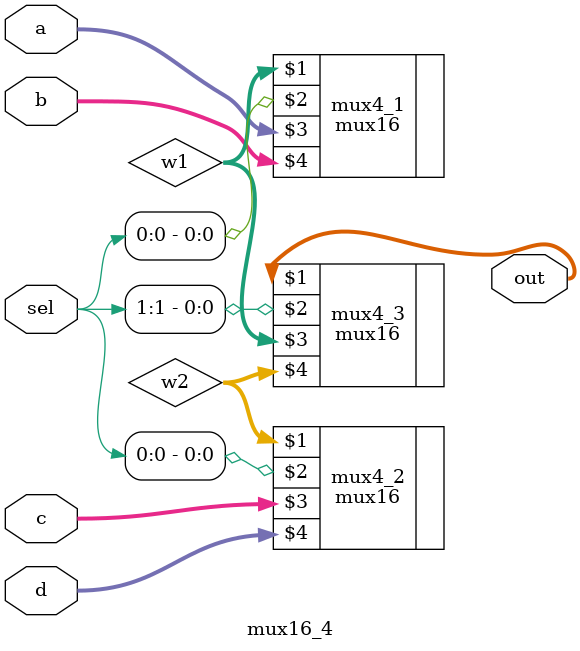
<source format=v>
`timescale 1ns / 1ps

module mux16_4(out, sel, a, b, c, d);
input [1:0] sel;
input [15:0] a,b,c,d;
output [15:0] out;
wire [15:0] w1, w2;
mux16 mux4_1(w1, sel[0], a,b);
mux16 mux4_2(w2, sel[0], c,d);
mux16 mux4_3(out, sel[1], w1, w2);
endmodule

</source>
